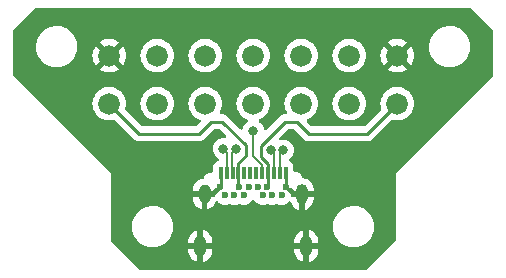
<source format=gbr>
%TF.GenerationSoftware,KiCad,Pcbnew,8.0.1*%
%TF.CreationDate,2024-03-26T16:48:45-04:00*%
%TF.ProjectId,commapogo_male,636f6d6d-6170-46f6-976f-5f6d616c652e,rev?*%
%TF.SameCoordinates,Original*%
%TF.FileFunction,Copper,L1,Top*%
%TF.FilePolarity,Positive*%
%FSLAX46Y46*%
G04 Gerber Fmt 4.6, Leading zero omitted, Abs format (unit mm)*
G04 Created by KiCad (PCBNEW 8.0.1) date 2024-03-26 16:48:45*
%MOMM*%
%LPD*%
G01*
G04 APERTURE LIST*
%TA.AperFunction,ComponentPad*%
%ADD10O,1.000000X1.600000*%
%TD*%
%TA.AperFunction,ComponentPad*%
%ADD11O,1.000000X1.800000*%
%TD*%
%TA.AperFunction,ComponentPad*%
%ADD12O,1.000000X1.700000*%
%TD*%
%TA.AperFunction,SMDPad,CuDef*%
%ADD13R,0.300000X1.000000*%
%TD*%
%TA.AperFunction,ComponentPad*%
%ADD14C,0.600000*%
%TD*%
%TA.AperFunction,ComponentPad*%
%ADD15C,1.828800*%
%TD*%
%TA.AperFunction,ViaPad*%
%ADD16C,0.800000*%
%TD*%
%TA.AperFunction,Conductor*%
%ADD17C,0.250000*%
%TD*%
%TA.AperFunction,Conductor*%
%ADD18C,0.200000*%
%TD*%
G04 APERTURE END LIST*
D10*
%TO.P,J2,1*%
%TO.N,GND*%
X-4125000Y-5620000D03*
D11*
%TO.P,J2,2*%
X-4485000Y-10010000D03*
%TO.P,J2,3*%
X4485000Y-10010000D03*
D12*
%TO.P,J2,4*%
X4125000Y-5620000D03*
D13*
%TO.P,J2,A1,Pin_1a*%
X-2750000Y-3810000D03*
%TO.P,J2,A2,Pin_2a*%
%TO.N,/CAN0_P*%
X-2250000Y-3810000D03*
%TO.P,J2,A3,Pin_3a*%
%TO.N,/CAN0_N*%
X-1750000Y-3810000D03*
%TO.P,J2,A4,Pin_4a*%
%TO.N,+12V*%
X-1250000Y-3810000D03*
%TO.P,J2,A5,Pin_5a*%
%TO.N,unconnected-(J2-Pin_5a-PadA5)*%
X-750000Y-3810000D03*
%TO.P,J2,A6,Pin_6a*%
%TO.N,unconnected-(J2-Pin_6a-PadA6)*%
X-250000Y-3810000D03*
%TO.P,J2,A7,Pin_7a*%
%TO.N,unconnected-(J2-Pin_7a-PadA7)*%
X250000Y-3810000D03*
%TO.P,J2,A8,Pin_8a*%
%TO.N,/SBU1*%
X750000Y-3810000D03*
%TO.P,J2,A9,A9*%
%TO.N,+12V*%
X1250000Y-3810000D03*
%TO.P,J2,A10,Pin_10a*%
%TO.N,/CAN1_N*%
X1750000Y-3810000D03*
%TO.P,J2,A11,Pin_11a*%
%TO.N,/CAN1_P*%
X2250000Y-3810000D03*
%TO.P,J2,A12,Pin_12a*%
%TO.N,GND*%
X2750000Y-3810000D03*
D14*
%TO.P,J2,B1,B1*%
X2800000Y-5020000D03*
%TO.P,J2,B2,Pin_2b*%
%TO.N,/CAN2_P*%
X2400000Y-5720000D03*
%TO.P,J2,B3,Pin_3b*%
%TO.N,/CAN2_N*%
X1600000Y-5720000D03*
%TO.P,J2,B4,Pin_4b*%
%TO.N,+12V*%
X1200000Y-5020000D03*
%TO.P,J2,B5,Pin_5b*%
%TO.N,unconnected-(J2-Pin_5b-PadB5)*%
X800000Y-5720000D03*
%TO.P,J2,B6,Pin_6b*%
%TO.N,unconnected-(J2-Pin_6b-PadB6)*%
X400000Y-5020000D03*
%TO.P,J2,B7,Pin_7b*%
%TO.N,unconnected-(J2-Pin_7b-PadB7)*%
X-400000Y-5020000D03*
%TO.P,J2,B8,Pin_8b*%
%TO.N,/SBU2*%
X-800000Y-5720000D03*
%TO.P,J2,B9,Pin_9b*%
%TO.N,+12V*%
X-1200000Y-5020000D03*
%TO.P,J2,B10,Pin_10b*%
%TO.N,/CAN3_N*%
X-1600000Y-5720000D03*
%TO.P,J2,B11,Pin_11b*%
%TO.N,/CAN3_P*%
X-2400000Y-5720000D03*
%TO.P,J2,B12,Pin_12b*%
%TO.N,GND*%
X-2800000Y-5020000D03*
%TD*%
D15*
%TO.P,J1,1,Pin_1a*%
%TO.N,GND*%
X-12192000Y6096000D03*
%TO.P,J1,2,Pin_2a*%
%TO.N,/CAN0_P*%
X-8128000Y6096000D03*
%TO.P,J1,3,Pin_3a*%
%TO.N,/CAN0_N*%
X-4064000Y6096000D03*
%TO.P,J1,4,Pin_4a*%
%TO.N,/SBU1*%
X0Y6096000D03*
%TO.P,J1,5,Pin_5a*%
%TO.N,/CAN1_N*%
X4064000Y6096000D03*
%TO.P,J1,6,Pin_6a*%
%TO.N,/CAN1_P*%
X8128000Y6096000D03*
%TO.P,J1,7,Pin_7a*%
%TO.N,GND*%
X12192000Y6096000D03*
%TO.P,J1,8,Pin_1b*%
%TO.N,+12V*%
X-12192000Y2032000D03*
%TO.P,J1,9,Pin_2b*%
%TO.N,/CAN3_P*%
X-8128000Y2032000D03*
%TO.P,J1,10,Pin_3b*%
%TO.N,/CAN3_N*%
X-4064000Y2032000D03*
%TO.P,J1,11,Pin_4b*%
%TO.N,/SBU2*%
X0Y2032000D03*
%TO.P,J1,12,Pin_5b*%
%TO.N,/CAN2_N*%
X4064000Y2032000D03*
%TO.P,J1,13,Pin_6b*%
%TO.N,/CAN2_P*%
X8128000Y2032000D03*
%TO.P,J1,14,Pin_7b*%
%TO.N,+12V*%
X12192000Y2032000D03*
%TD*%
D16*
%TO.N,/CAN1_P*%
X2525000Y-1905000D03*
%TO.N,/SBU1*%
X0Y-254000D03*
%TO.N,/CAN1_N*%
X1475000Y-1905000D03*
%TO.N,/CAN0_P*%
X-2525000Y-1778000D03*
%TO.N,/CAN0_N*%
X-1475000Y-1778000D03*
%TD*%
D17*
%TO.N,+12V*%
X635000Y-2445000D02*
X635000Y-1524000D01*
X1250000Y-3060000D02*
X635000Y-2445000D01*
X-1250000Y-3810000D02*
X-1250000Y-4970000D01*
X4699000Y-508000D02*
X9652000Y-508000D01*
X-9672000Y-496000D02*
X-12212000Y2044000D01*
X1250000Y-3810000D02*
X1250000Y-3060000D01*
X2667000Y508000D02*
X3683000Y508000D01*
X1250000Y-3810000D02*
X1250000Y-4970000D01*
X-2619500Y520000D02*
X-3556000Y520000D01*
X-1250000Y-3028000D02*
X-635000Y-2413000D01*
X-635000Y-1464500D02*
X-2619500Y520000D01*
X-3556000Y520000D02*
X-4572000Y-496000D01*
X-4572000Y-496000D02*
X-9672000Y-496000D01*
X-1250000Y-4970000D02*
X-1200000Y-5020000D01*
X1250000Y-4970000D02*
X1200000Y-5020000D01*
X-635000Y-2413000D02*
X-635000Y-1464500D01*
X9652000Y-508000D02*
X12192000Y2032000D01*
X-1250000Y-3810000D02*
X-1250000Y-3028000D01*
X635000Y-1524000D02*
X2667000Y508000D01*
X3683000Y508000D02*
X4699000Y-508000D01*
D18*
%TO.N,/CAN1_P*%
X2225001Y-3785001D02*
X2225001Y-2204999D01*
X2250000Y-3810000D02*
X2225001Y-3785001D01*
X2225001Y-2204999D02*
X2525000Y-1905000D01*
D17*
%TO.N,GND*%
X3400000Y-5620000D02*
X4125000Y-5620000D01*
X2750000Y-4970000D02*
X2800000Y-5020000D01*
X2750000Y-3810000D02*
X2750000Y-4970000D01*
X-2750000Y-4970000D02*
X-2800000Y-5020000D01*
X-4125000Y-5620000D02*
X-3400000Y-5620000D01*
X-3400000Y-5620000D02*
X-2800000Y-5020000D01*
X-2750000Y-3810000D02*
X-2750000Y-4970000D01*
X2800000Y-5020000D02*
X3400000Y-5620000D01*
D18*
%TO.N,/SBU1*%
X750000Y-3810000D02*
X750000Y-3130000D01*
X0Y-2380000D02*
X0Y-254000D01*
X750000Y-3130000D02*
X0Y-2380000D01*
%TO.N,/CAN1_N*%
X1750000Y-3810000D02*
X1774999Y-3785001D01*
X1774999Y-3785001D02*
X1774999Y-2204999D01*
X1774999Y-2204999D02*
X1475000Y-1905000D01*
%TO.N,/CAN0_P*%
X-2250000Y-3810000D02*
X-2225001Y-3785001D01*
X-2225001Y-2077999D02*
X-2525000Y-1778000D01*
X-2225001Y-3785001D02*
X-2225001Y-2077999D01*
%TO.N,/CAN0_N*%
X-1774999Y-2077999D02*
X-1475000Y-1778000D01*
X-1750000Y-3810000D02*
X-1774999Y-3785001D01*
X-1774999Y-3785001D02*
X-1774999Y-2077999D01*
%TD*%
%TA.AperFunction,Conductor*%
%TO.N,GND*%
G36*
X-3133494Y-5102452D02*
G01*
X-3077560Y-5144323D01*
X-3053143Y-5209788D01*
X-3067995Y-5278061D01*
X-3071833Y-5284605D01*
X-3125788Y-5370474D01*
X-3185369Y-5540745D01*
X-3185370Y-5540750D01*
X-3205565Y-5719996D01*
X-3205565Y-5720001D01*
X-3204200Y-5732115D01*
X-3216254Y-5800937D01*
X-3263603Y-5852317D01*
X-3327420Y-5870000D01*
X-3875000Y-5870000D01*
X-3875000Y-5370000D01*
X-3503554Y-5370000D01*
X-3503554Y-5369999D01*
X-3264508Y-5130953D01*
X-3203185Y-5097468D01*
X-3133494Y-5102452D01*
G37*
%TD.AperFunction*%
%TA.AperFunction,Conductor*%
G36*
X3258980Y-5125754D02*
G01*
X3264507Y-5130953D01*
X3503554Y-5370000D01*
X3875000Y-5370000D01*
X3875000Y-5870000D01*
X3327420Y-5870000D01*
X3260381Y-5850315D01*
X3214626Y-5797511D01*
X3204200Y-5732115D01*
X3205565Y-5720001D01*
X3205565Y-5719996D01*
X3185369Y-5540750D01*
X3185368Y-5540745D01*
X3125788Y-5370476D01*
X3071832Y-5284606D01*
X3052832Y-5217370D01*
X3073200Y-5150534D01*
X3126467Y-5105320D01*
X3195724Y-5096082D01*
X3258980Y-5125754D01*
G37*
%TD.AperFunction*%
%TA.AperFunction,Conductor*%
G36*
X18430677Y10140315D02*
G01*
X18451319Y10123681D01*
X20283681Y8291319D01*
X20317166Y8229996D01*
X20320000Y8203638D01*
X20320000Y4496362D01*
X20300315Y4429323D01*
X20283681Y4408681D01*
X12065000Y-3809999D01*
X12065000Y-9473638D01*
X12045315Y-9540677D01*
X12028681Y-9561319D01*
X9561319Y-12028681D01*
X9499996Y-12062166D01*
X9473638Y-12065000D01*
X0Y-12065000D01*
X-9473638Y-12065000D01*
X-9540677Y-12045315D01*
X-9561319Y-12028681D01*
X-11081505Y-10508495D01*
X-5485000Y-10508495D01*
X-5446573Y-10701681D01*
X-5446570Y-10701693D01*
X-5371193Y-10883671D01*
X-5371186Y-10883684D01*
X-5261752Y-11047462D01*
X-5261749Y-11047466D01*
X-5122467Y-11186748D01*
X-5122463Y-11186751D01*
X-4958685Y-11296185D01*
X-4958672Y-11296192D01*
X-4776692Y-11371569D01*
X-4735000Y-11379862D01*
X-4735000Y-10359728D01*
X-4696940Y-10451614D01*
X-4626614Y-10521940D01*
X-4534728Y-10560000D01*
X-4435272Y-10560000D01*
X-4343386Y-10521940D01*
X-4273060Y-10451614D01*
X-4235000Y-10359728D01*
X-4235000Y-11379862D01*
X-4193310Y-11371569D01*
X-4193308Y-11371569D01*
X-4011329Y-11296192D01*
X-4011316Y-11296185D01*
X-3847538Y-11186751D01*
X-3847534Y-11186748D01*
X-3708252Y-11047466D01*
X-3708249Y-11047462D01*
X-3598815Y-10883684D01*
X-3598808Y-10883671D01*
X-3523431Y-10701693D01*
X-3523428Y-10701681D01*
X-3485001Y-10508495D01*
X3485000Y-10508495D01*
X3523427Y-10701681D01*
X3523430Y-10701693D01*
X3598807Y-10883671D01*
X3598814Y-10883684D01*
X3708248Y-11047462D01*
X3708251Y-11047466D01*
X3847533Y-11186748D01*
X3847537Y-11186751D01*
X4011315Y-11296185D01*
X4011328Y-11296192D01*
X4193308Y-11371569D01*
X4235000Y-11379862D01*
X4235000Y-10359728D01*
X4273060Y-10451614D01*
X4343386Y-10521940D01*
X4435272Y-10560000D01*
X4534728Y-10560000D01*
X4626614Y-10521940D01*
X4696940Y-10451614D01*
X4735000Y-10359728D01*
X4735000Y-11379862D01*
X4776690Y-11371569D01*
X4776692Y-11371569D01*
X4958671Y-11296192D01*
X4958684Y-11296185D01*
X5122462Y-11186751D01*
X5122466Y-11186748D01*
X5261748Y-11047466D01*
X5261751Y-11047462D01*
X5371185Y-10883684D01*
X5371192Y-10883671D01*
X5446569Y-10701693D01*
X5446572Y-10701681D01*
X5484999Y-10508495D01*
X5485000Y-10508492D01*
X5485000Y-10260000D01*
X4735000Y-10260000D01*
X4735000Y-9760000D01*
X5485000Y-9760000D01*
X5485000Y-9511508D01*
X5484999Y-9511504D01*
X5446572Y-9318318D01*
X5446569Y-9318306D01*
X5371192Y-9136328D01*
X5371185Y-9136315D01*
X5261751Y-8972537D01*
X5261748Y-8972533D01*
X5122466Y-8833251D01*
X5122462Y-8833248D01*
X4958684Y-8723814D01*
X4958671Y-8723807D01*
X4776691Y-8648429D01*
X4776683Y-8648427D01*
X4735000Y-8640135D01*
X4735000Y-9660272D01*
X4696940Y-9568386D01*
X4626614Y-9498060D01*
X4534728Y-9460000D01*
X4435272Y-9460000D01*
X4343386Y-9498060D01*
X4273060Y-9568386D01*
X4235000Y-9660272D01*
X4235000Y-8640136D01*
X4234999Y-8640135D01*
X4193316Y-8648427D01*
X4193308Y-8648429D01*
X4011328Y-8723807D01*
X4011315Y-8723814D01*
X3847537Y-8833248D01*
X3847533Y-8833251D01*
X3708251Y-8972533D01*
X3708248Y-8972537D01*
X3598814Y-9136315D01*
X3598807Y-9136328D01*
X3523430Y-9318306D01*
X3523427Y-9318318D01*
X3485000Y-9511504D01*
X3485000Y-9760000D01*
X4235000Y-9760000D01*
X4235000Y-10260000D01*
X3485000Y-10260000D01*
X3485000Y-10508495D01*
X-3485001Y-10508495D01*
X-3485000Y-10508492D01*
X-3485000Y-10260000D01*
X-4235000Y-10260000D01*
X-4235000Y-9760000D01*
X-3485000Y-9760000D01*
X-3485000Y-9511508D01*
X-3485001Y-9511504D01*
X-3523428Y-9318318D01*
X-3523431Y-9318306D01*
X-3598808Y-9136328D01*
X-3598815Y-9136315D01*
X-3708249Y-8972537D01*
X-3708252Y-8972533D01*
X-3847534Y-8833251D01*
X-3847538Y-8833248D01*
X-4011316Y-8723814D01*
X-4011329Y-8723807D01*
X-4193309Y-8648429D01*
X-4193317Y-8648427D01*
X-4235000Y-8640135D01*
X-4235000Y-9660272D01*
X-4273060Y-9568386D01*
X-4343386Y-9498060D01*
X-4435272Y-9460000D01*
X-4534728Y-9460000D01*
X-4626614Y-9498060D01*
X-4696940Y-9568386D01*
X-4735000Y-9660272D01*
X-4735000Y-8640136D01*
X-4735001Y-8640135D01*
X-4776684Y-8648427D01*
X-4776692Y-8648429D01*
X-4958672Y-8723807D01*
X-4958685Y-8723814D01*
X-5122463Y-8833248D01*
X-5122467Y-8833251D01*
X-5261749Y-8972533D01*
X-5261752Y-8972537D01*
X-5371186Y-9136315D01*
X-5371193Y-9136328D01*
X-5446570Y-9318306D01*
X-5446573Y-9318318D01*
X-5485000Y-9511504D01*
X-5485000Y-9760000D01*
X-4735000Y-9760000D01*
X-4735000Y-10260000D01*
X-5485000Y-10260000D01*
X-5485000Y-10508495D01*
X-11081505Y-10508495D01*
X-12028681Y-9561319D01*
X-12062166Y-9499996D01*
X-12065000Y-9473638D01*
X-12065000Y-8496741D01*
X-10259500Y-8496741D01*
X-10239529Y-8648427D01*
X-10229548Y-8724238D01*
X-10229547Y-8724240D01*
X-10170158Y-8945887D01*
X-10082350Y-9157876D01*
X-10082343Y-9157890D01*
X-9967608Y-9356617D01*
X-9827919Y-9538661D01*
X-9827911Y-9538670D01*
X-9665670Y-9700911D01*
X-9665662Y-9700918D01*
X-9483618Y-9840607D01*
X-9483615Y-9840608D01*
X-9483612Y-9840611D01*
X-9284888Y-9955344D01*
X-9284883Y-9955346D01*
X-9284877Y-9955349D01*
X-9193520Y-9993190D01*
X-9072887Y-10043158D01*
X-8851238Y-10102548D01*
X-8623734Y-10132500D01*
X-8623727Y-10132500D01*
X-8394273Y-10132500D01*
X-8394266Y-10132500D01*
X-8166762Y-10102548D01*
X-7945113Y-10043158D01*
X-7733112Y-9955344D01*
X-7534388Y-9840611D01*
X-7352339Y-9700919D01*
X-7352335Y-9700914D01*
X-7352330Y-9700911D01*
X-7190089Y-9538670D01*
X-7190086Y-9538665D01*
X-7190081Y-9538661D01*
X-7050389Y-9356612D01*
X-6935656Y-9157888D01*
X-6847842Y-8945887D01*
X-6788452Y-8724238D01*
X-6758501Y-8496741D01*
X6758500Y-8496741D01*
X6778471Y-8648427D01*
X6788452Y-8724238D01*
X6788453Y-8724240D01*
X6847842Y-8945887D01*
X6935650Y-9157876D01*
X6935657Y-9157890D01*
X7050392Y-9356617D01*
X7190081Y-9538661D01*
X7190089Y-9538670D01*
X7352330Y-9700911D01*
X7352338Y-9700918D01*
X7534382Y-9840607D01*
X7534385Y-9840608D01*
X7534388Y-9840611D01*
X7733112Y-9955344D01*
X7733117Y-9955346D01*
X7733123Y-9955349D01*
X7824480Y-9993190D01*
X7945113Y-10043158D01*
X8166762Y-10102548D01*
X8394266Y-10132500D01*
X8394273Y-10132500D01*
X8623727Y-10132500D01*
X8623734Y-10132500D01*
X8851238Y-10102548D01*
X9072887Y-10043158D01*
X9284888Y-9955344D01*
X9483612Y-9840611D01*
X9665661Y-9700919D01*
X9665665Y-9700914D01*
X9665670Y-9700911D01*
X9827911Y-9538670D01*
X9827914Y-9538665D01*
X9827919Y-9538661D01*
X9967611Y-9356612D01*
X10082344Y-9157888D01*
X10170158Y-8945887D01*
X10229548Y-8724238D01*
X10259500Y-8496734D01*
X10259500Y-8267266D01*
X10229548Y-8039762D01*
X10170158Y-7818113D01*
X10082344Y-7606112D01*
X9967611Y-7407388D01*
X9967608Y-7407385D01*
X9967607Y-7407382D01*
X9827918Y-7225338D01*
X9827911Y-7225330D01*
X9665670Y-7063089D01*
X9665661Y-7063081D01*
X9483617Y-6923392D01*
X9284890Y-6808657D01*
X9284876Y-6808650D01*
X9072887Y-6720842D01*
X8851238Y-6661452D01*
X8813215Y-6656446D01*
X8623741Y-6631500D01*
X8623734Y-6631500D01*
X8394266Y-6631500D01*
X8394258Y-6631500D01*
X8177715Y-6660009D01*
X8166762Y-6661452D01*
X8073076Y-6686554D01*
X7945112Y-6720842D01*
X7733123Y-6808650D01*
X7733109Y-6808657D01*
X7534382Y-6923392D01*
X7352338Y-7063081D01*
X7190081Y-7225338D01*
X7050392Y-7407382D01*
X6935657Y-7606109D01*
X6935650Y-7606123D01*
X6847842Y-7818112D01*
X6788453Y-8039759D01*
X6788451Y-8039770D01*
X6758500Y-8267258D01*
X6758500Y-8496741D01*
X-6758501Y-8496741D01*
X-6758500Y-8496734D01*
X-6758500Y-8267266D01*
X-6788452Y-8039762D01*
X-6847842Y-7818113D01*
X-6935656Y-7606112D01*
X-7050389Y-7407388D01*
X-7050392Y-7407385D01*
X-7050393Y-7407382D01*
X-7190082Y-7225338D01*
X-7190089Y-7225330D01*
X-7352330Y-7063089D01*
X-7352339Y-7063081D01*
X-7534383Y-6923392D01*
X-7733110Y-6808657D01*
X-7733124Y-6808650D01*
X-7945113Y-6720842D01*
X-8166762Y-6661452D01*
X-8204785Y-6656446D01*
X-8394259Y-6631500D01*
X-8394266Y-6631500D01*
X-8623734Y-6631500D01*
X-8623742Y-6631500D01*
X-8840285Y-6660009D01*
X-8851238Y-6661452D01*
X-8944924Y-6686554D01*
X-9072888Y-6720842D01*
X-9284877Y-6808650D01*
X-9284891Y-6808657D01*
X-9483618Y-6923392D01*
X-9665662Y-7063081D01*
X-9827919Y-7225338D01*
X-9967608Y-7407382D01*
X-10082343Y-7606109D01*
X-10082350Y-7606123D01*
X-10170158Y-7818112D01*
X-10229547Y-8039759D01*
X-10229549Y-8039770D01*
X-10259500Y-8267258D01*
X-10259500Y-8496741D01*
X-12065000Y-8496741D01*
X-12065000Y-3810000D01*
X-17906995Y2031995D01*
X-13611749Y2031995D01*
X-13592386Y1798321D01*
X-13534824Y1571010D01*
X-13440632Y1356273D01*
X-13428249Y1337320D01*
X-13312381Y1159972D01*
X-13153570Y987457D01*
X-13153567Y987455D01*
X-13153564Y987452D01*
X-12968538Y843440D01*
X-12968532Y843436D01*
X-12968529Y843434D01*
X-12762307Y731832D01*
X-12540528Y655695D01*
X-12309242Y617100D01*
X-12309241Y617100D01*
X-12074759Y617100D01*
X-12074758Y617100D01*
X-11843472Y655695D01*
X-11816045Y665112D01*
X-11746249Y668262D01*
X-11688102Y635511D01*
X-10947091Y-105500D01*
X-10157859Y-894732D01*
X-10157858Y-894733D01*
X-10070733Y-981858D01*
X-10036848Y-1004499D01*
X-10036847Y-1004500D01*
X-9968292Y-1050307D01*
X-9968284Y-1050312D01*
X-9942498Y-1060993D01*
X-9854452Y-1097463D01*
X-9750147Y-1118210D01*
X-9733612Y-1121499D01*
X-9733608Y-1121500D01*
X-9733607Y-1121500D01*
X-4510392Y-1121500D01*
X-4510392Y-1121499D01*
X-4449878Y-1109463D01*
X-4449877Y-1109463D01*
X-4434693Y-1106442D01*
X-4389548Y-1097463D01*
X-4341353Y-1077500D01*
X-4275714Y-1050312D01*
X-4224491Y-1016084D01*
X-4173267Y-981858D01*
X-4086142Y-894733D01*
X-4086141Y-894731D01*
X-4079075Y-887665D01*
X-4079073Y-887661D01*
X-3333229Y-141819D01*
X-3271906Y-108334D01*
X-3245548Y-105500D01*
X-2929952Y-105500D01*
X-2862913Y-125185D01*
X-2842271Y-141819D01*
X-2315202Y-668888D01*
X-2281717Y-730211D01*
X-2286701Y-799903D01*
X-2328573Y-855836D01*
X-2394037Y-880253D01*
X-2428655Y-877861D01*
X-2430354Y-877500D01*
X-2619646Y-877500D01*
X-2652103Y-884398D01*
X-2804803Y-916855D01*
X-2804808Y-916857D01*
X-2977730Y-993848D01*
X-2977735Y-993851D01*
X-3130871Y-1105111D01*
X-3257534Y-1245785D01*
X-3352179Y-1409715D01*
X-3352182Y-1409722D01*
X-3410673Y-1589740D01*
X-3410674Y-1589744D01*
X-3430460Y-1778000D01*
X-3410674Y-1966256D01*
X-3410673Y-1966259D01*
X-3352182Y-2146277D01*
X-3352179Y-2146284D01*
X-3257533Y-2310216D01*
X-3143183Y-2437214D01*
X-3130871Y-2450888D01*
X-2977735Y-2562148D01*
X-2977733Y-2562149D01*
X-2977730Y-2562151D01*
X-2944275Y-2577046D01*
X-2891038Y-2622296D01*
X-2870717Y-2689145D01*
X-2889762Y-2756368D01*
X-2942128Y-2802624D01*
X-2981452Y-2813614D01*
X-3007374Y-2816401D01*
X-3007380Y-2816403D01*
X-3142087Y-2866645D01*
X-3142094Y-2866649D01*
X-3257188Y-2952809D01*
X-3257191Y-2952812D01*
X-3343351Y-3067906D01*
X-3343355Y-3067913D01*
X-3393597Y-3202620D01*
X-3393599Y-3202627D01*
X-3400000Y-3262155D01*
X-3400000Y-3670500D01*
X-3419685Y-3737539D01*
X-3472489Y-3783294D01*
X-3524000Y-3794500D01*
X-3675766Y-3794500D01*
X-3822137Y-3833719D01*
X-3953365Y-3909485D01*
X-3953368Y-3909487D01*
X-4060513Y-4016632D01*
X-4060515Y-4016635D01*
X-4136280Y-4147863D01*
X-4160134Y-4236886D01*
X-4196500Y-4296546D01*
X-4255718Y-4326409D01*
X-4416682Y-4358427D01*
X-4416694Y-4358430D01*
X-4598672Y-4433807D01*
X-4598685Y-4433814D01*
X-4762463Y-4543248D01*
X-4762467Y-4543251D01*
X-4901749Y-4682533D01*
X-4901752Y-4682537D01*
X-5011186Y-4846315D01*
X-5011193Y-4846328D01*
X-5086570Y-5028306D01*
X-5086573Y-5028318D01*
X-5125000Y-5221504D01*
X-5125000Y-5370000D01*
X-4375000Y-5370000D01*
X-4375000Y-5870000D01*
X-5125000Y-5870000D01*
X-5125000Y-6018495D01*
X-5086573Y-6211681D01*
X-5086570Y-6211693D01*
X-5011193Y-6393671D01*
X-5011186Y-6393684D01*
X-4901752Y-6557462D01*
X-4901749Y-6557466D01*
X-4762467Y-6696748D01*
X-4762463Y-6696751D01*
X-4598685Y-6806185D01*
X-4598672Y-6806192D01*
X-4416692Y-6881569D01*
X-4375000Y-6889862D01*
X-4375000Y-5969728D01*
X-4336940Y-6061614D01*
X-4266614Y-6131940D01*
X-4174728Y-6170000D01*
X-4075272Y-6170000D01*
X-3983386Y-6131940D01*
X-3913060Y-6061614D01*
X-3875000Y-5969728D01*
X-3875000Y-6889862D01*
X-3833310Y-6881569D01*
X-3833308Y-6881569D01*
X-3651329Y-6806192D01*
X-3651316Y-6806185D01*
X-3487538Y-6696751D01*
X-3487534Y-6696748D01*
X-3348252Y-6557466D01*
X-3348249Y-6557462D01*
X-3238815Y-6393684D01*
X-3238811Y-6393677D01*
X-3198411Y-6296140D01*
X-3154570Y-6241736D01*
X-3088276Y-6219670D01*
X-3020577Y-6236948D01*
X-2996168Y-6255910D01*
X-2902262Y-6349816D01*
X-2811920Y-6406582D01*
X-2751746Y-6444392D01*
X-2749522Y-6445789D01*
X-2579261Y-6505366D01*
X-2579255Y-6505368D01*
X-2579250Y-6505369D01*
X-2400004Y-6525565D01*
X-2400000Y-6525565D01*
X-2399996Y-6525565D01*
X-2220751Y-6505369D01*
X-2220749Y-6505368D01*
X-2220745Y-6505368D01*
X-2220742Y-6505366D01*
X-2220738Y-6505366D01*
X-2043905Y-6443489D01*
X-2043154Y-6445637D01*
X-1984872Y-6436035D01*
X-1956412Y-6444392D01*
X-1956095Y-6443489D01*
X-1779263Y-6505366D01*
X-1779257Y-6505367D01*
X-1779255Y-6505368D01*
X-1779254Y-6505368D01*
X-1779250Y-6505369D01*
X-1600004Y-6525565D01*
X-1600000Y-6525565D01*
X-1599996Y-6525565D01*
X-1420751Y-6505369D01*
X-1420749Y-6505368D01*
X-1420745Y-6505368D01*
X-1420742Y-6505366D01*
X-1420738Y-6505366D01*
X-1243905Y-6443489D01*
X-1243154Y-6445637D01*
X-1184872Y-6436035D01*
X-1156412Y-6444392D01*
X-1156095Y-6443489D01*
X-979263Y-6505366D01*
X-979257Y-6505367D01*
X-979255Y-6505368D01*
X-979254Y-6505368D01*
X-979250Y-6505369D01*
X-800004Y-6525565D01*
X-800000Y-6525565D01*
X-799996Y-6525565D01*
X-620751Y-6505369D01*
X-620748Y-6505368D01*
X-620745Y-6505368D01*
X-450478Y-6445789D01*
X-297738Y-6349816D01*
X-170184Y-6222262D01*
X-104993Y-6118510D01*
X-52659Y-6072221D01*
X16394Y-6061573D01*
X80243Y-6089948D01*
X104992Y-6118509D01*
X170184Y-6222262D01*
X297738Y-6349816D01*
X388080Y-6406582D01*
X448254Y-6444392D01*
X450478Y-6445789D01*
X620739Y-6505366D01*
X620745Y-6505368D01*
X620750Y-6505369D01*
X799996Y-6525565D01*
X800000Y-6525565D01*
X800004Y-6525565D01*
X979249Y-6505369D01*
X979251Y-6505368D01*
X979255Y-6505368D01*
X979258Y-6505366D01*
X979262Y-6505366D01*
X1156095Y-6443489D01*
X1156846Y-6445637D01*
X1215128Y-6436035D01*
X1243588Y-6444392D01*
X1243905Y-6443489D01*
X1420737Y-6505366D01*
X1420743Y-6505367D01*
X1420745Y-6505368D01*
X1420746Y-6505368D01*
X1420750Y-6505369D01*
X1599996Y-6525565D01*
X1600000Y-6525565D01*
X1600004Y-6525565D01*
X1779249Y-6505369D01*
X1779251Y-6505368D01*
X1779255Y-6505368D01*
X1779258Y-6505366D01*
X1779262Y-6505366D01*
X1956095Y-6443489D01*
X1956846Y-6445637D01*
X2015128Y-6436035D01*
X2043588Y-6444392D01*
X2043905Y-6443489D01*
X2220737Y-6505366D01*
X2220743Y-6505367D01*
X2220745Y-6505368D01*
X2220746Y-6505368D01*
X2220750Y-6505369D01*
X2399996Y-6525565D01*
X2400000Y-6525565D01*
X2400004Y-6525565D01*
X2579249Y-6505369D01*
X2579252Y-6505368D01*
X2579255Y-6505368D01*
X2749522Y-6445789D01*
X2902262Y-6349816D01*
X2981525Y-6270552D01*
X3042844Y-6237070D01*
X3112536Y-6242054D01*
X3168470Y-6283925D01*
X3183764Y-6310783D01*
X3238809Y-6443675D01*
X3238814Y-6443684D01*
X3348248Y-6607462D01*
X3348251Y-6607466D01*
X3487533Y-6746748D01*
X3487537Y-6746751D01*
X3651315Y-6856185D01*
X3651328Y-6856192D01*
X3833308Y-6931569D01*
X3875000Y-6939862D01*
X3875000Y-5969728D01*
X3913060Y-6061614D01*
X3983386Y-6131940D01*
X4075272Y-6170000D01*
X4174728Y-6170000D01*
X4266614Y-6131940D01*
X4336940Y-6061614D01*
X4375000Y-5969728D01*
X4375000Y-6939862D01*
X4416690Y-6931569D01*
X4416692Y-6931569D01*
X4598671Y-6856192D01*
X4598684Y-6856185D01*
X4762462Y-6746751D01*
X4762466Y-6746748D01*
X4901748Y-6607466D01*
X4901751Y-6607462D01*
X5011185Y-6443684D01*
X5011192Y-6443671D01*
X5086569Y-6261693D01*
X5086572Y-6261681D01*
X5124999Y-6068495D01*
X5125000Y-6068492D01*
X5125000Y-5870000D01*
X4375000Y-5870000D01*
X4375000Y-5370000D01*
X5125000Y-5370000D01*
X5125000Y-5171508D01*
X5124999Y-5171504D01*
X5086572Y-4978318D01*
X5086569Y-4978306D01*
X5011192Y-4796328D01*
X5011185Y-4796315D01*
X4901751Y-4632537D01*
X4901748Y-4632533D01*
X4762466Y-4493251D01*
X4762462Y-4493248D01*
X4598684Y-4383814D01*
X4598671Y-4383807D01*
X4416693Y-4308430D01*
X4416681Y-4308427D01*
X4242324Y-4273745D01*
X4180413Y-4241360D01*
X4146740Y-4184221D01*
X4126281Y-4107865D01*
X4050515Y-3976635D01*
X3943365Y-3869485D01*
X3877750Y-3831602D01*
X3812136Y-3793719D01*
X3738950Y-3774109D01*
X3665766Y-3754500D01*
X3524000Y-3754500D01*
X3456961Y-3734815D01*
X3411206Y-3682011D01*
X3400000Y-3630500D01*
X3400000Y-3262172D01*
X3399999Y-3262155D01*
X3393598Y-3202627D01*
X3393596Y-3202620D01*
X3343354Y-3067913D01*
X3343350Y-3067906D01*
X3257190Y-2952812D01*
X3257187Y-2952809D01*
X3142093Y-2866649D01*
X3142087Y-2866646D01*
X3088484Y-2846653D01*
X3032551Y-2804781D01*
X3008134Y-2739317D01*
X3022986Y-2671044D01*
X3058931Y-2630154D01*
X3130871Y-2577888D01*
X3257533Y-2437216D01*
X3352179Y-2273284D01*
X3410674Y-2093256D01*
X3430460Y-1905000D01*
X3410674Y-1716744D01*
X3352179Y-1536716D01*
X3257533Y-1372784D01*
X3130871Y-1232112D01*
X3130870Y-1232111D01*
X2977734Y-1120851D01*
X2977729Y-1120848D01*
X2804807Y-1043857D01*
X2804802Y-1043855D01*
X2659001Y-1012865D01*
X2619646Y-1004500D01*
X2430354Y-1004500D01*
X2342941Y-1023080D01*
X2273273Y-1017763D01*
X2217540Y-975625D01*
X2193436Y-910045D01*
X2208614Y-841843D01*
X2229476Y-814113D01*
X2889771Y-153819D01*
X2951094Y-120334D01*
X2977452Y-117500D01*
X3372548Y-117500D01*
X3439587Y-137185D01*
X3460229Y-153819D01*
X4210016Y-903606D01*
X4210045Y-903637D01*
X4300264Y-993856D01*
X4300267Y-993858D01*
X4351490Y-1028084D01*
X4402714Y-1062312D01*
X4483207Y-1095652D01*
X4516548Y-1109463D01*
X4532076Y-1112551D01*
X4560482Y-1118202D01*
X4560502Y-1118205D01*
X4560524Y-1118210D01*
X4637391Y-1133499D01*
X4637392Y-1133500D01*
X4637393Y-1133500D01*
X9713608Y-1133500D01*
X9713608Y-1133499D01*
X9790476Y-1118210D01*
X9790477Y-1118210D01*
X9805268Y-1115267D01*
X9834452Y-1109463D01*
X9834457Y-1109460D01*
X9834460Y-1109460D01*
X9867787Y-1095654D01*
X9867786Y-1095654D01*
X9867792Y-1095652D01*
X9948286Y-1062312D01*
X9999509Y-1028084D01*
X9999511Y-1028083D01*
X10017467Y-1016085D01*
X10050733Y-993858D01*
X10137858Y-906733D01*
X10137858Y-906731D01*
X10148066Y-896524D01*
X10148067Y-896521D01*
X11682147Y637558D01*
X11743468Y671041D01*
X11810087Y667157D01*
X11843472Y655695D01*
X12074758Y617100D01*
X12074759Y617100D01*
X12309241Y617100D01*
X12309242Y617100D01*
X12540528Y655695D01*
X12762307Y731832D01*
X12968529Y843434D01*
X13153570Y987457D01*
X13312381Y1159972D01*
X13440632Y1356274D01*
X13534823Y1571008D01*
X13592385Y1798317D01*
X13611749Y2032000D01*
X13592385Y2265683D01*
X13534823Y2492992D01*
X13440632Y2707726D01*
X13312381Y2904028D01*
X13153570Y3076543D01*
X13153565Y3076547D01*
X13153563Y3076549D01*
X12968537Y3220561D01*
X12968531Y3220565D01*
X12762308Y3332168D01*
X12762299Y3332171D01*
X12540530Y3408305D01*
X12386337Y3434035D01*
X12309242Y3446900D01*
X12074758Y3446900D01*
X12016936Y3437252D01*
X11843469Y3408305D01*
X11621700Y3332171D01*
X11621691Y3332168D01*
X11415468Y3220565D01*
X11415462Y3220561D01*
X11230436Y3076549D01*
X11230433Y3076546D01*
X11071620Y2904030D01*
X11071617Y2904026D01*
X10943368Y2707728D01*
X10849176Y2492991D01*
X10791614Y2265680D01*
X10772251Y2032006D01*
X10772251Y2031995D01*
X10791614Y1798321D01*
X10831323Y1641512D01*
X10828698Y1571692D01*
X10798798Y1523391D01*
X9429229Y153819D01*
X9367906Y120334D01*
X9341548Y117500D01*
X5009452Y117500D01*
X4942413Y137185D01*
X4921771Y153819D01*
X4558474Y517116D01*
X4524989Y578439D01*
X4529973Y648131D01*
X4571845Y704064D01*
X4605890Y722077D01*
X4634307Y731832D01*
X4840529Y843434D01*
X5025570Y987457D01*
X5184381Y1159972D01*
X5312632Y1356274D01*
X5406823Y1571008D01*
X5464385Y1798317D01*
X5483749Y2031995D01*
X6708251Y2031995D01*
X6727614Y1798321D01*
X6785176Y1571010D01*
X6879368Y1356273D01*
X6891751Y1337320D01*
X7007619Y1159972D01*
X7166430Y987457D01*
X7166433Y987455D01*
X7166436Y987452D01*
X7351462Y843440D01*
X7351468Y843436D01*
X7351471Y843434D01*
X7557693Y731832D01*
X7779472Y655695D01*
X8010758Y617100D01*
X8010759Y617100D01*
X8245241Y617100D01*
X8245242Y617100D01*
X8476528Y655695D01*
X8698307Y731832D01*
X8904529Y843434D01*
X9089570Y987457D01*
X9248381Y1159972D01*
X9376632Y1356274D01*
X9470823Y1571008D01*
X9528385Y1798317D01*
X9547749Y2032000D01*
X9528385Y2265683D01*
X9470823Y2492992D01*
X9376632Y2707726D01*
X9248381Y2904028D01*
X9089570Y3076543D01*
X9089565Y3076547D01*
X9089563Y3076549D01*
X8904537Y3220561D01*
X8904531Y3220565D01*
X8698308Y3332168D01*
X8698299Y3332171D01*
X8476530Y3408305D01*
X8322337Y3434035D01*
X8245242Y3446900D01*
X8010758Y3446900D01*
X7952936Y3437252D01*
X7779469Y3408305D01*
X7557700Y3332171D01*
X7557691Y3332168D01*
X7351468Y3220565D01*
X7351462Y3220561D01*
X7166436Y3076549D01*
X7166433Y3076546D01*
X7007620Y2904030D01*
X7007617Y2904026D01*
X6879368Y2707728D01*
X6785176Y2492991D01*
X6727614Y2265680D01*
X6708251Y2032006D01*
X6708251Y2031995D01*
X5483749Y2031995D01*
X5483749Y2032000D01*
X5464385Y2265683D01*
X5406823Y2492992D01*
X5312632Y2707726D01*
X5184381Y2904028D01*
X5025570Y3076543D01*
X5025565Y3076547D01*
X5025563Y3076549D01*
X4840537Y3220561D01*
X4840531Y3220565D01*
X4634308Y3332168D01*
X4634299Y3332171D01*
X4412530Y3408305D01*
X4258337Y3434035D01*
X4181242Y3446900D01*
X3946758Y3446900D01*
X3888936Y3437252D01*
X3715469Y3408305D01*
X3493700Y3332171D01*
X3493691Y3332168D01*
X3287468Y3220565D01*
X3287462Y3220561D01*
X3102436Y3076549D01*
X3102433Y3076546D01*
X2943620Y2904030D01*
X2943617Y2904026D01*
X2815368Y2707728D01*
X2721176Y2492991D01*
X2663614Y2265680D01*
X2644251Y2032006D01*
X2644251Y2031995D01*
X2663614Y1798321D01*
X2721176Y1571010D01*
X2815366Y1356276D01*
X2826016Y1339976D01*
X2835590Y1325322D01*
X2855778Y1258434D01*
X2836599Y1191248D01*
X2784141Y1145097D01*
X2731782Y1133500D01*
X2605389Y1133500D01*
X2544971Y1121482D01*
X2484548Y1109463D01*
X2484543Y1109462D01*
X2450546Y1095380D01*
X2437397Y1089933D01*
X2415169Y1080726D01*
X2370713Y1062312D01*
X2360557Y1055525D01*
X2360449Y1055453D01*
X2268268Y993860D01*
X2224705Y950297D01*
X2181142Y906733D01*
X2181139Y906730D01*
X1100219Y-174189D01*
X1038896Y-207674D01*
X969204Y-202690D01*
X913271Y-160818D01*
X889218Y-99471D01*
X885674Y-65744D01*
X827179Y114284D01*
X732533Y278216D01*
X605871Y418888D01*
X605870Y418889D01*
X494870Y499535D01*
X452204Y554865D01*
X446225Y624478D01*
X478831Y686273D01*
X527491Y717134D01*
X570307Y731832D01*
X776529Y843434D01*
X961570Y987457D01*
X1120381Y1159972D01*
X1248632Y1356274D01*
X1342823Y1571008D01*
X1400385Y1798317D01*
X1419749Y2032000D01*
X1400385Y2265683D01*
X1342823Y2492992D01*
X1248632Y2707726D01*
X1120381Y2904028D01*
X961570Y3076543D01*
X961565Y3076547D01*
X961563Y3076549D01*
X776537Y3220561D01*
X776531Y3220565D01*
X570308Y3332168D01*
X570299Y3332171D01*
X348530Y3408305D01*
X194337Y3434035D01*
X117242Y3446900D01*
X-117242Y3446900D01*
X-175064Y3437252D01*
X-348531Y3408305D01*
X-570300Y3332171D01*
X-570309Y3332168D01*
X-776532Y3220565D01*
X-776538Y3220561D01*
X-961564Y3076549D01*
X-961567Y3076546D01*
X-1120380Y2904030D01*
X-1120383Y2904026D01*
X-1248632Y2707728D01*
X-1342824Y2492991D01*
X-1400386Y2265680D01*
X-1419749Y2032006D01*
X-1419749Y2031995D01*
X-1400386Y1798321D01*
X-1342824Y1571010D01*
X-1248632Y1356273D01*
X-1236249Y1337320D01*
X-1120381Y1159972D01*
X-961570Y987457D01*
X-961567Y987455D01*
X-961564Y987452D01*
X-776538Y843440D01*
X-776532Y843436D01*
X-776529Y843434D01*
X-570307Y731832D01*
X-527492Y717134D01*
X-470478Y676749D01*
X-444347Y611950D01*
X-457398Y543310D01*
X-494870Y499535D01*
X-605873Y418887D01*
X-732534Y278215D01*
X-827179Y114285D01*
X-827182Y114278D01*
X-887682Y-71924D01*
X-890478Y-71015D01*
X-917696Y-121263D01*
X-978906Y-154954D01*
X-1048614Y-150204D01*
X-1093352Y-121558D01*
X-2129302Y914392D01*
X-2129322Y914414D01*
X-2220767Y1005859D01*
X-2271991Y1040085D01*
X-2305254Y1062311D01*
X-2323214Y1074312D01*
X-2323217Y1074314D01*
X-2323220Y1074315D01*
X-2408076Y1109463D01*
X-2408076Y1109462D01*
X-2408078Y1109463D01*
X-2437048Y1121463D01*
X-2437051Y1121464D01*
X-2437054Y1121465D01*
X-2497565Y1133501D01*
X-2497566Y1133501D01*
X-2557889Y1145500D01*
X-2557893Y1145500D01*
X-2557894Y1145500D01*
X-2723941Y1145500D01*
X-2790980Y1165185D01*
X-2836735Y1217989D01*
X-2846679Y1287147D01*
X-2827750Y1337320D01*
X-2815370Y1356271D01*
X-2815369Y1356273D01*
X-2815368Y1356274D01*
X-2721177Y1571008D01*
X-2663615Y1798317D01*
X-2644251Y2032000D01*
X-2663615Y2265683D01*
X-2721177Y2492992D01*
X-2815368Y2707726D01*
X-2943619Y2904028D01*
X-3102430Y3076543D01*
X-3102435Y3076547D01*
X-3102437Y3076549D01*
X-3287463Y3220561D01*
X-3287469Y3220565D01*
X-3493692Y3332168D01*
X-3493701Y3332171D01*
X-3715470Y3408305D01*
X-3869663Y3434035D01*
X-3946758Y3446900D01*
X-4181242Y3446900D01*
X-4239064Y3437252D01*
X-4412531Y3408305D01*
X-4634300Y3332171D01*
X-4634309Y3332168D01*
X-4840532Y3220565D01*
X-4840538Y3220561D01*
X-5025564Y3076549D01*
X-5025567Y3076546D01*
X-5184380Y2904030D01*
X-5184383Y2904026D01*
X-5312632Y2707728D01*
X-5406824Y2492991D01*
X-5464386Y2265680D01*
X-5483749Y2032006D01*
X-5483749Y2031995D01*
X-5464386Y1798321D01*
X-5406824Y1571010D01*
X-5312632Y1356273D01*
X-5300249Y1337320D01*
X-5184381Y1159972D01*
X-5025570Y987457D01*
X-5025567Y987455D01*
X-5025564Y987452D01*
X-4840538Y843440D01*
X-4840532Y843436D01*
X-4840529Y843434D01*
X-4671322Y751864D01*
X-4634309Y731833D01*
X-4634297Y731828D01*
X-4520285Y692688D01*
X-4463269Y652303D01*
X-4437138Y587504D01*
X-4450189Y518864D01*
X-4472865Y487726D01*
X-4794773Y165818D01*
X-4856094Y132334D01*
X-4882452Y129500D01*
X-9361547Y129500D01*
X-9428586Y149185D01*
X-9449228Y165819D01*
X-10800416Y1517007D01*
X-10833901Y1578330D01*
X-10832941Y1635127D01*
X-10791615Y1798317D01*
X-10772251Y2031995D01*
X-9547749Y2031995D01*
X-9528386Y1798321D01*
X-9470824Y1571010D01*
X-9376632Y1356273D01*
X-9364249Y1337320D01*
X-9248381Y1159972D01*
X-9089570Y987457D01*
X-9089567Y987455D01*
X-9089564Y987452D01*
X-8904538Y843440D01*
X-8904532Y843436D01*
X-8904529Y843434D01*
X-8698307Y731832D01*
X-8476528Y655695D01*
X-8245242Y617100D01*
X-8245241Y617100D01*
X-8010759Y617100D01*
X-8010758Y617100D01*
X-7779472Y655695D01*
X-7557693Y731832D01*
X-7351471Y843434D01*
X-7166430Y987457D01*
X-7007619Y1159972D01*
X-6879368Y1356274D01*
X-6785177Y1571008D01*
X-6727615Y1798317D01*
X-6708251Y2032000D01*
X-6727615Y2265683D01*
X-6785177Y2492992D01*
X-6879368Y2707726D01*
X-7007619Y2904028D01*
X-7166430Y3076543D01*
X-7166435Y3076547D01*
X-7166437Y3076549D01*
X-7351463Y3220561D01*
X-7351469Y3220565D01*
X-7557692Y3332168D01*
X-7557701Y3332171D01*
X-7779470Y3408305D01*
X-7933663Y3434035D01*
X-8010758Y3446900D01*
X-8245242Y3446900D01*
X-8303064Y3437252D01*
X-8476531Y3408305D01*
X-8698300Y3332171D01*
X-8698309Y3332168D01*
X-8904532Y3220565D01*
X-8904538Y3220561D01*
X-9089564Y3076549D01*
X-9089567Y3076546D01*
X-9248380Y2904030D01*
X-9248383Y2904026D01*
X-9376632Y2707728D01*
X-9470824Y2492991D01*
X-9528386Y2265680D01*
X-9547749Y2032006D01*
X-9547749Y2031995D01*
X-10772251Y2031995D01*
X-10772251Y2032000D01*
X-10791615Y2265683D01*
X-10849177Y2492992D01*
X-10943368Y2707726D01*
X-11071619Y2904028D01*
X-11230430Y3076543D01*
X-11230435Y3076547D01*
X-11230437Y3076549D01*
X-11415463Y3220561D01*
X-11415469Y3220565D01*
X-11621692Y3332168D01*
X-11621701Y3332171D01*
X-11843470Y3408305D01*
X-11997663Y3434035D01*
X-12074758Y3446900D01*
X-12309242Y3446900D01*
X-12367064Y3437252D01*
X-12540531Y3408305D01*
X-12762300Y3332171D01*
X-12762309Y3332168D01*
X-12968532Y3220565D01*
X-12968538Y3220561D01*
X-13153564Y3076549D01*
X-13153567Y3076546D01*
X-13312380Y2904030D01*
X-13312383Y2904026D01*
X-13440632Y2707728D01*
X-13534824Y2492991D01*
X-13592386Y2265680D01*
X-13611749Y2032006D01*
X-13611749Y2031995D01*
X-17906995Y2031995D01*
X-20283681Y4408681D01*
X-20317166Y4470004D01*
X-20320000Y4496362D01*
X-20320000Y4933389D01*
X-13001061Y4933389D01*
X-13001060Y4933388D01*
X-12968260Y4907858D01*
X-12968259Y4907857D01*
X-12762107Y4796292D01*
X-12762102Y4796290D01*
X-12540408Y4720183D01*
X-12309199Y4681600D01*
X-12074801Y4681600D01*
X-11843593Y4720183D01*
X-11621899Y4796290D01*
X-11621894Y4796292D01*
X-11415742Y4907857D01*
X-11382942Y4933388D01*
X-11382942Y4933389D01*
X-12192000Y5742447D01*
X-13001061Y4933389D01*
X-20320000Y4933389D01*
X-20320000Y6743259D01*
X-18387500Y6743259D01*
X-18362976Y6556992D01*
X-18357548Y6515762D01*
X-18307689Y6329683D01*
X-18298158Y6294113D01*
X-18210350Y6082124D01*
X-18210343Y6082110D01*
X-18095608Y5883383D01*
X-17955919Y5701339D01*
X-17955911Y5701330D01*
X-17793670Y5539089D01*
X-17793662Y5539082D01*
X-17611618Y5399393D01*
X-17611615Y5399392D01*
X-17611612Y5399389D01*
X-17412888Y5284656D01*
X-17412883Y5284654D01*
X-17412877Y5284651D01*
X-17321520Y5246810D01*
X-17200887Y5196842D01*
X-16979238Y5137452D01*
X-16751734Y5107500D01*
X-16751727Y5107500D01*
X-16522273Y5107500D01*
X-16522266Y5107500D01*
X-16294762Y5137452D01*
X-16073113Y5196842D01*
X-15861112Y5284656D01*
X-15662388Y5399389D01*
X-15480339Y5539081D01*
X-15480335Y5539086D01*
X-15480330Y5539089D01*
X-15318089Y5701330D01*
X-15318086Y5701335D01*
X-15318081Y5701339D01*
X-15178389Y5883388D01*
X-15063656Y6082112D01*
X-15057905Y6095995D01*
X-13611247Y6095995D01*
X-13591891Y5862404D01*
X-13534348Y5635171D01*
X-13440191Y5420514D01*
X-13353592Y5287964D01*
X-12590308Y6051245D01*
X-12417000Y6051245D01*
X-12382746Y5968548D01*
X-12319452Y5905254D01*
X-12236755Y5871000D01*
X-12147245Y5871000D01*
X-12064548Y5905254D01*
X-12001254Y5968548D01*
X-11967000Y6051245D01*
X-11967000Y6095999D01*
X-11838447Y6095999D01*
X-11030411Y5287963D01*
X-10943811Y5420512D01*
X-10849653Y5635171D01*
X-10792110Y5862404D01*
X-10772753Y6095995D01*
X-9547749Y6095995D01*
X-9528386Y5862321D01*
X-9470824Y5635010D01*
X-9376632Y5420273D01*
X-9288028Y5284656D01*
X-9248381Y5223972D01*
X-9089570Y5051457D01*
X-9089567Y5051455D01*
X-9089564Y5051452D01*
X-8904538Y4907440D01*
X-8904532Y4907436D01*
X-8904529Y4907434D01*
X-8698307Y4795832D01*
X-8491847Y4724954D01*
X-8477950Y4720183D01*
X-8476528Y4719695D01*
X-8245242Y4681100D01*
X-8245241Y4681100D01*
X-8010759Y4681100D01*
X-8010758Y4681100D01*
X-7779472Y4719695D01*
X-7557693Y4795832D01*
X-7351471Y4907434D01*
X-7350927Y4907857D01*
X-7289334Y4955798D01*
X-7166430Y5051457D01*
X-7007619Y5223972D01*
X-6879368Y5420274D01*
X-6785177Y5635008D01*
X-6727615Y5862317D01*
X-6718812Y5968548D01*
X-6708251Y6095995D01*
X-5483749Y6095995D01*
X-5464386Y5862321D01*
X-5406824Y5635010D01*
X-5312632Y5420273D01*
X-5224028Y5284656D01*
X-5184381Y5223972D01*
X-5025570Y5051457D01*
X-5025567Y5051455D01*
X-5025564Y5051452D01*
X-4840538Y4907440D01*
X-4840532Y4907436D01*
X-4840529Y4907434D01*
X-4634307Y4795832D01*
X-4427847Y4724954D01*
X-4413950Y4720183D01*
X-4412528Y4719695D01*
X-4181242Y4681100D01*
X-4181241Y4681100D01*
X-3946759Y4681100D01*
X-3946758Y4681100D01*
X-3715472Y4719695D01*
X-3493693Y4795832D01*
X-3287471Y4907434D01*
X-3286927Y4907857D01*
X-3225334Y4955798D01*
X-3102430Y5051457D01*
X-2943619Y5223972D01*
X-2815368Y5420274D01*
X-2721177Y5635008D01*
X-2663615Y5862317D01*
X-2654812Y5968548D01*
X-2644251Y6095995D01*
X-1419749Y6095995D01*
X-1400386Y5862321D01*
X-1342824Y5635010D01*
X-1248632Y5420273D01*
X-1160028Y5284656D01*
X-1120381Y5223972D01*
X-961570Y5051457D01*
X-961567Y5051455D01*
X-961564Y5051452D01*
X-776538Y4907440D01*
X-776532Y4907436D01*
X-776529Y4907434D01*
X-570307Y4795832D01*
X-363847Y4724954D01*
X-349950Y4720183D01*
X-348528Y4719695D01*
X-117242Y4681100D01*
X-117241Y4681100D01*
X117241Y4681100D01*
X117242Y4681100D01*
X348528Y4719695D01*
X570307Y4795832D01*
X776529Y4907434D01*
X777073Y4907857D01*
X838666Y4955798D01*
X961570Y5051457D01*
X1120381Y5223972D01*
X1248632Y5420274D01*
X1342823Y5635008D01*
X1400385Y5862317D01*
X1409188Y5968548D01*
X1419749Y6095995D01*
X2644251Y6095995D01*
X2663614Y5862321D01*
X2721176Y5635010D01*
X2815368Y5420273D01*
X2903972Y5284656D01*
X2943619Y5223972D01*
X3102430Y5051457D01*
X3102433Y5051455D01*
X3102436Y5051452D01*
X3287462Y4907440D01*
X3287468Y4907436D01*
X3287471Y4907434D01*
X3493693Y4795832D01*
X3700153Y4724954D01*
X3714050Y4720183D01*
X3715472Y4719695D01*
X3946758Y4681100D01*
X3946759Y4681100D01*
X4181241Y4681100D01*
X4181242Y4681100D01*
X4412528Y4719695D01*
X4634307Y4795832D01*
X4840529Y4907434D01*
X4841073Y4907857D01*
X4902666Y4955798D01*
X5025570Y5051457D01*
X5184381Y5223972D01*
X5312632Y5420274D01*
X5406823Y5635008D01*
X5464385Y5862317D01*
X5473188Y5968548D01*
X5483749Y6095995D01*
X6708251Y6095995D01*
X6727614Y5862321D01*
X6785176Y5635010D01*
X6879368Y5420273D01*
X6967972Y5284656D01*
X7007619Y5223972D01*
X7166430Y5051457D01*
X7166433Y5051455D01*
X7166436Y5051452D01*
X7351462Y4907440D01*
X7351468Y4907436D01*
X7351471Y4907434D01*
X7557693Y4795832D01*
X7764153Y4724954D01*
X7778050Y4720183D01*
X7779472Y4719695D01*
X8010758Y4681100D01*
X8010759Y4681100D01*
X8245241Y4681100D01*
X8245242Y4681100D01*
X8476528Y4719695D01*
X8698307Y4795832D01*
X8904529Y4907434D01*
X8905073Y4907857D01*
X8937876Y4933389D01*
X11382939Y4933389D01*
X11382940Y4933388D01*
X11415740Y4907858D01*
X11415741Y4907857D01*
X11621893Y4796292D01*
X11621898Y4796290D01*
X11843592Y4720183D01*
X12074801Y4681600D01*
X12309199Y4681600D01*
X12540407Y4720183D01*
X12762101Y4796290D01*
X12762106Y4796292D01*
X12968258Y4907857D01*
X13001058Y4933388D01*
X13001058Y4933389D01*
X12192000Y5742447D01*
X11382939Y4933389D01*
X8937876Y4933389D01*
X8966666Y4955798D01*
X9089570Y5051457D01*
X9248381Y5223972D01*
X9376632Y5420274D01*
X9470823Y5635008D01*
X9528385Y5862317D01*
X9537188Y5968548D01*
X9547749Y6095995D01*
X10772753Y6095995D01*
X10792109Y5862404D01*
X10849652Y5635171D01*
X10943809Y5420514D01*
X11030408Y5287964D01*
X11793692Y6051245D01*
X11967000Y6051245D01*
X12001254Y5968548D01*
X12064548Y5905254D01*
X12147245Y5871000D01*
X12236755Y5871000D01*
X12319452Y5905254D01*
X12382746Y5968548D01*
X12417000Y6051245D01*
X12417000Y6095999D01*
X12545553Y6095999D01*
X13353589Y5287963D01*
X13440189Y5420512D01*
X13534347Y5635171D01*
X13591890Y5862404D01*
X13611247Y6095995D01*
X13611247Y6096006D01*
X13591890Y6329597D01*
X13534347Y6556830D01*
X13452572Y6743259D01*
X14886500Y6743259D01*
X14911024Y6556992D01*
X14916452Y6515762D01*
X14966311Y6329683D01*
X14975842Y6294113D01*
X15063650Y6082124D01*
X15063657Y6082110D01*
X15178392Y5883383D01*
X15318081Y5701339D01*
X15318089Y5701330D01*
X15480330Y5539089D01*
X15480338Y5539082D01*
X15662382Y5399393D01*
X15662385Y5399392D01*
X15662388Y5399389D01*
X15861112Y5284656D01*
X15861117Y5284654D01*
X15861123Y5284651D01*
X15952480Y5246810D01*
X16073113Y5196842D01*
X16294762Y5137452D01*
X16522266Y5107500D01*
X16522273Y5107500D01*
X16751727Y5107500D01*
X16751734Y5107500D01*
X16979238Y5137452D01*
X17200887Y5196842D01*
X17412888Y5284656D01*
X17611612Y5399389D01*
X17793661Y5539081D01*
X17793665Y5539086D01*
X17793670Y5539089D01*
X17955911Y5701330D01*
X17955914Y5701335D01*
X17955919Y5701339D01*
X18095611Y5883388D01*
X18210344Y6082112D01*
X18298158Y6294113D01*
X18357548Y6515762D01*
X18387500Y6743266D01*
X18387500Y6972734D01*
X18357548Y7200238D01*
X18298158Y7421887D01*
X18210344Y7633888D01*
X18095611Y7832612D01*
X18095608Y7832615D01*
X18095607Y7832618D01*
X17955918Y8014662D01*
X17955911Y8014670D01*
X17793670Y8176911D01*
X17793661Y8176919D01*
X17611617Y8316608D01*
X17412890Y8431343D01*
X17412876Y8431350D01*
X17200887Y8519158D01*
X16979238Y8578548D01*
X16941215Y8583554D01*
X16751741Y8608500D01*
X16751734Y8608500D01*
X16522266Y8608500D01*
X16522258Y8608500D01*
X16305715Y8579991D01*
X16294762Y8578548D01*
X16201076Y8553446D01*
X16073112Y8519158D01*
X15861123Y8431350D01*
X15861109Y8431343D01*
X15662382Y8316608D01*
X15480338Y8176919D01*
X15318081Y8014662D01*
X15178392Y7832618D01*
X15063657Y7633891D01*
X15063650Y7633877D01*
X14975842Y7421888D01*
X14941554Y7293924D01*
X14938934Y7284141D01*
X14916453Y7200241D01*
X14916451Y7200230D01*
X14886500Y6972742D01*
X14886500Y6743259D01*
X13452572Y6743259D01*
X13440191Y6771484D01*
X13353589Y6904039D01*
X12545553Y6096001D01*
X12545553Y6095999D01*
X12417000Y6095999D01*
X12417000Y6140755D01*
X12382746Y6223452D01*
X12319452Y6286746D01*
X12236755Y6321000D01*
X12147245Y6321000D01*
X12064548Y6286746D01*
X12001254Y6223452D01*
X11967000Y6140755D01*
X11967000Y6051245D01*
X11793692Y6051245D01*
X11838447Y6096000D01*
X11838447Y6096001D01*
X11030408Y6904039D01*
X10943809Y6771487D01*
X10849652Y6556830D01*
X10792109Y6329597D01*
X10772753Y6096006D01*
X10772753Y6095995D01*
X9547749Y6095995D01*
X9547749Y6096006D01*
X9531332Y6294113D01*
X9528385Y6329683D01*
X9470823Y6556992D01*
X9376632Y6771726D01*
X9248381Y6968028D01*
X9089570Y7140543D01*
X9089565Y7140547D01*
X9089563Y7140549D01*
X8937875Y7258613D01*
X11382940Y7258613D01*
X12192000Y6449553D01*
X12192001Y6449553D01*
X13001059Y7258613D01*
X13001058Y7258614D01*
X12968256Y7284145D01*
X12762106Y7395709D01*
X12762101Y7395711D01*
X12540407Y7471818D01*
X12309199Y7510400D01*
X12074801Y7510400D01*
X11843592Y7471818D01*
X11621898Y7395711D01*
X11621893Y7395709D01*
X11415742Y7284145D01*
X11415736Y7284141D01*
X11382940Y7258615D01*
X11382940Y7258613D01*
X8937875Y7258613D01*
X8904537Y7284561D01*
X8904531Y7284565D01*
X8698308Y7396168D01*
X8698299Y7396171D01*
X8476530Y7472305D01*
X8322337Y7498035D01*
X8245242Y7510900D01*
X8010758Y7510900D01*
X7952936Y7501252D01*
X7779469Y7472305D01*
X7557700Y7396171D01*
X7557691Y7396168D01*
X7351468Y7284565D01*
X7351462Y7284561D01*
X7166436Y7140549D01*
X7166433Y7140546D01*
X7007620Y6968030D01*
X7007617Y6968026D01*
X6879368Y6771728D01*
X6785176Y6556991D01*
X6727614Y6329680D01*
X6708251Y6096006D01*
X6708251Y6095995D01*
X5483749Y6095995D01*
X5483749Y6096006D01*
X5467332Y6294113D01*
X5464385Y6329683D01*
X5406823Y6556992D01*
X5312632Y6771726D01*
X5184381Y6968028D01*
X5025570Y7140543D01*
X5025565Y7140547D01*
X5025563Y7140549D01*
X4840537Y7284561D01*
X4840531Y7284565D01*
X4634308Y7396168D01*
X4634299Y7396171D01*
X4412530Y7472305D01*
X4258337Y7498035D01*
X4181242Y7510900D01*
X3946758Y7510900D01*
X3888936Y7501252D01*
X3715469Y7472305D01*
X3493700Y7396171D01*
X3493691Y7396168D01*
X3287468Y7284565D01*
X3287462Y7284561D01*
X3102436Y7140549D01*
X3102433Y7140546D01*
X2943620Y6968030D01*
X2943617Y6968026D01*
X2815368Y6771728D01*
X2721176Y6556991D01*
X2663614Y6329680D01*
X2644251Y6096006D01*
X2644251Y6095995D01*
X1419749Y6095995D01*
X1419749Y6096006D01*
X1403332Y6294113D01*
X1400385Y6329683D01*
X1342823Y6556992D01*
X1248632Y6771726D01*
X1120381Y6968028D01*
X961570Y7140543D01*
X961565Y7140547D01*
X961563Y7140549D01*
X776537Y7284561D01*
X776531Y7284565D01*
X570308Y7396168D01*
X570299Y7396171D01*
X348530Y7472305D01*
X194337Y7498035D01*
X117242Y7510900D01*
X-117242Y7510900D01*
X-175064Y7501252D01*
X-348531Y7472305D01*
X-570300Y7396171D01*
X-570309Y7396168D01*
X-776532Y7284565D01*
X-776538Y7284561D01*
X-961564Y7140549D01*
X-961567Y7140546D01*
X-1120380Y6968030D01*
X-1120383Y6968026D01*
X-1248632Y6771728D01*
X-1342824Y6556991D01*
X-1400386Y6329680D01*
X-1419749Y6096006D01*
X-1419749Y6095995D01*
X-2644251Y6095995D01*
X-2644251Y6096006D01*
X-2660668Y6294113D01*
X-2663615Y6329683D01*
X-2721177Y6556992D01*
X-2815368Y6771726D01*
X-2943619Y6968028D01*
X-3102430Y7140543D01*
X-3102435Y7140547D01*
X-3102437Y7140549D01*
X-3287463Y7284561D01*
X-3287469Y7284565D01*
X-3493692Y7396168D01*
X-3493701Y7396171D01*
X-3715470Y7472305D01*
X-3869663Y7498035D01*
X-3946758Y7510900D01*
X-4181242Y7510900D01*
X-4239064Y7501252D01*
X-4412531Y7472305D01*
X-4634300Y7396171D01*
X-4634309Y7396168D01*
X-4840532Y7284565D01*
X-4840538Y7284561D01*
X-5025564Y7140549D01*
X-5025567Y7140546D01*
X-5184380Y6968030D01*
X-5184383Y6968026D01*
X-5312632Y6771728D01*
X-5406824Y6556991D01*
X-5464386Y6329680D01*
X-5483749Y6096006D01*
X-5483749Y6095995D01*
X-6708251Y6095995D01*
X-6708251Y6096006D01*
X-6724668Y6294113D01*
X-6727615Y6329683D01*
X-6785177Y6556992D01*
X-6879368Y6771726D01*
X-7007619Y6968028D01*
X-7166430Y7140543D01*
X-7166435Y7140547D01*
X-7166437Y7140549D01*
X-7351463Y7284561D01*
X-7351469Y7284565D01*
X-7557692Y7396168D01*
X-7557701Y7396171D01*
X-7779470Y7472305D01*
X-7933663Y7498035D01*
X-8010758Y7510900D01*
X-8245242Y7510900D01*
X-8303064Y7501252D01*
X-8476531Y7472305D01*
X-8698300Y7396171D01*
X-8698309Y7396168D01*
X-8904532Y7284565D01*
X-8904538Y7284561D01*
X-9089564Y7140549D01*
X-9089567Y7140546D01*
X-9248380Y6968030D01*
X-9248383Y6968026D01*
X-9376632Y6771728D01*
X-9470824Y6556991D01*
X-9528386Y6329680D01*
X-9547749Y6096006D01*
X-9547749Y6095995D01*
X-10772753Y6095995D01*
X-10772753Y6096006D01*
X-10792110Y6329597D01*
X-10849653Y6556830D01*
X-10943809Y6771484D01*
X-11030411Y6904039D01*
X-11838447Y6096001D01*
X-11838447Y6095999D01*
X-11967000Y6095999D01*
X-11967000Y6140755D01*
X-12001254Y6223452D01*
X-12064548Y6286746D01*
X-12147245Y6321000D01*
X-12236755Y6321000D01*
X-12319452Y6286746D01*
X-12382746Y6223452D01*
X-12417000Y6140755D01*
X-12417000Y6051245D01*
X-12590308Y6051245D01*
X-12545553Y6096000D01*
X-13353592Y6904039D01*
X-13440191Y6771487D01*
X-13534348Y6556830D01*
X-13591891Y6329597D01*
X-13611247Y6096006D01*
X-13611247Y6095995D01*
X-15057905Y6095995D01*
X-14975842Y6294113D01*
X-14916452Y6515762D01*
X-14886500Y6743266D01*
X-14886500Y6972734D01*
X-14916452Y7200238D01*
X-14932093Y7258613D01*
X-13001060Y7258613D01*
X-12192000Y6449553D01*
X-12191999Y6449553D01*
X-11382941Y7258613D01*
X-11382942Y7258614D01*
X-11415744Y7284145D01*
X-11621894Y7395709D01*
X-11621899Y7395711D01*
X-11843593Y7471818D01*
X-12074801Y7510400D01*
X-12309199Y7510400D01*
X-12540408Y7471818D01*
X-12762102Y7395711D01*
X-12762107Y7395709D01*
X-12968258Y7284145D01*
X-12968264Y7284141D01*
X-13001060Y7258615D01*
X-13001060Y7258613D01*
X-14932093Y7258613D01*
X-14975842Y7421887D01*
X-15063656Y7633888D01*
X-15178389Y7832612D01*
X-15178392Y7832615D01*
X-15178393Y7832618D01*
X-15318082Y8014662D01*
X-15318089Y8014670D01*
X-15480330Y8176911D01*
X-15480339Y8176919D01*
X-15662383Y8316608D01*
X-15861110Y8431343D01*
X-15861124Y8431350D01*
X-16073113Y8519158D01*
X-16294762Y8578548D01*
X-16332785Y8583554D01*
X-16522259Y8608500D01*
X-16522266Y8608500D01*
X-16751734Y8608500D01*
X-16751742Y8608500D01*
X-16968285Y8579991D01*
X-16979238Y8578548D01*
X-17072924Y8553446D01*
X-17200888Y8519158D01*
X-17412877Y8431350D01*
X-17412891Y8431343D01*
X-17611618Y8316608D01*
X-17793662Y8176919D01*
X-17955919Y8014662D01*
X-18095608Y7832618D01*
X-18210343Y7633891D01*
X-18210350Y7633877D01*
X-18298158Y7421888D01*
X-18332446Y7293924D01*
X-18335066Y7284141D01*
X-18357547Y7200241D01*
X-18357549Y7200230D01*
X-18387500Y6972742D01*
X-18387500Y6743259D01*
X-20320000Y6743259D01*
X-20320000Y8203638D01*
X-20300315Y8270677D01*
X-20283681Y8291319D01*
X-18451319Y10123681D01*
X-18389996Y10157166D01*
X-18363638Y10160000D01*
X18363638Y10160000D01*
X18430677Y10140315D01*
G37*
%TD.AperFunction*%
%TD*%
M02*

</source>
